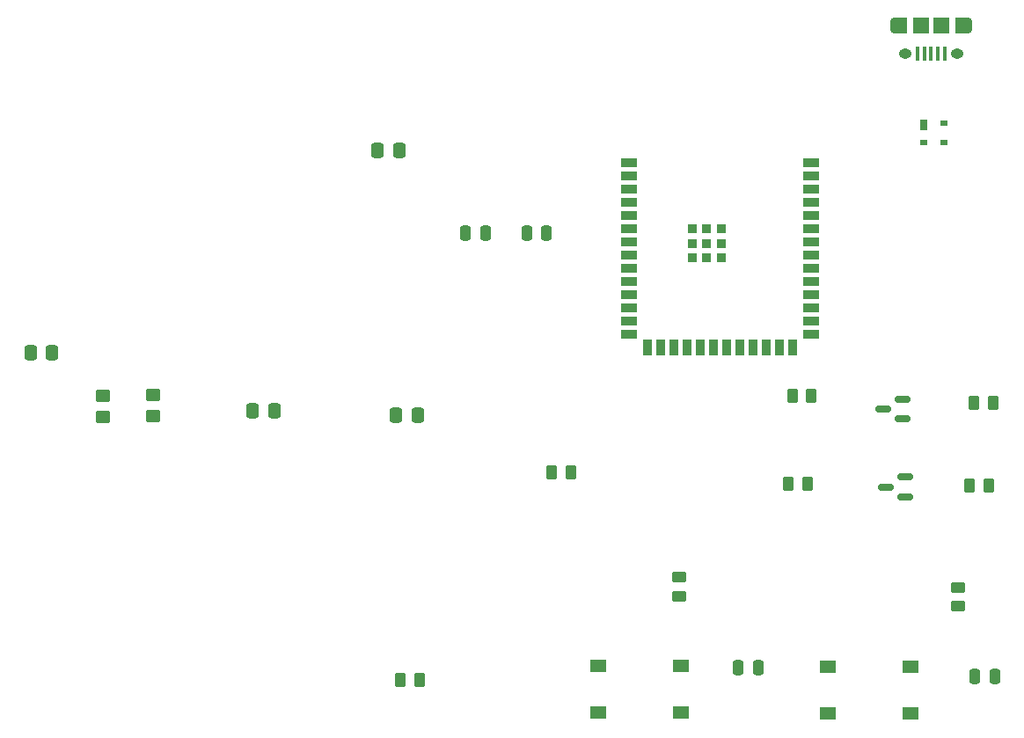
<source format=gtp>
%TF.GenerationSoftware,KiCad,Pcbnew,7.0.10*%
%TF.CreationDate,2024-03-26T17:38:47-05:00*%
%TF.ProjectId,smart_helmet,736d6172-745f-4686-956c-6d65742e6b69,rev?*%
%TF.SameCoordinates,Original*%
%TF.FileFunction,Paste,Top*%
%TF.FilePolarity,Positive*%
%FSLAX46Y46*%
G04 Gerber Fmt 4.6, Leading zero omitted, Abs format (unit mm)*
G04 Created by KiCad (PCBNEW 7.0.10) date 2024-03-26 17:38:47*
%MOMM*%
%LPD*%
G01*
G04 APERTURE LIST*
G04 Aperture macros list*
%AMRoundRect*
0 Rectangle with rounded corners*
0 $1 Rounding radius*
0 $2 $3 $4 $5 $6 $7 $8 $9 X,Y pos of 4 corners*
0 Add a 4 corners polygon primitive as box body*
4,1,4,$2,$3,$4,$5,$6,$7,$8,$9,$2,$3,0*
0 Add four circle primitives for the rounded corners*
1,1,$1+$1,$2,$3*
1,1,$1+$1,$4,$5*
1,1,$1+$1,$6,$7*
1,1,$1+$1,$8,$9*
0 Add four rect primitives between the rounded corners*
20,1,$1+$1,$2,$3,$4,$5,0*
20,1,$1+$1,$4,$5,$6,$7,0*
20,1,$1+$1,$6,$7,$8,$9,0*
20,1,$1+$1,$8,$9,$2,$3,0*%
G04 Aperture macros list end*
%ADD10RoundRect,0.250000X-0.337500X-0.475000X0.337500X-0.475000X0.337500X0.475000X-0.337500X0.475000X0*%
%ADD11RoundRect,0.250000X-0.262500X-0.450000X0.262500X-0.450000X0.262500X0.450000X-0.262500X0.450000X0*%
%ADD12R,1.498600X0.889000*%
%ADD13R,0.889000X1.498600*%
%ADD14R,0.889000X0.889000*%
%ADD15RoundRect,0.250000X-0.250000X-0.475000X0.250000X-0.475000X0.250000X0.475000X-0.250000X0.475000X0*%
%ADD16RoundRect,0.250000X0.450000X-0.262500X0.450000X0.262500X-0.450000X0.262500X-0.450000X-0.262500X0*%
%ADD17RoundRect,0.250000X0.450000X-0.350000X0.450000X0.350000X-0.450000X0.350000X-0.450000X-0.350000X0*%
%ADD18R,1.550000X1.300000*%
%ADD19R,0.700000X1.000000*%
%ADD20R,0.700000X0.600000*%
%ADD21O,0.890000X1.550000*%
%ADD22O,1.250000X0.950000*%
%ADD23R,0.400000X1.350000*%
%ADD24R,1.200000X1.550000*%
%ADD25R,1.500000X1.550000*%
%ADD26RoundRect,0.150000X0.587500X0.150000X-0.587500X0.150000X-0.587500X-0.150000X0.587500X-0.150000X0*%
G04 APERTURE END LIST*
D10*
%TO.C,C1*%
X130510772Y-87283591D03*
X132585772Y-87283591D03*
%TD*%
D11*
%TO.C,R3*%
X180681730Y-98791144D03*
X182506730Y-98791144D03*
%TD*%
D10*
%TO.C,C8*%
X165704218Y-93299958D03*
X167779218Y-93299958D03*
%TD*%
D11*
%TO.C,R8*%
X203450483Y-99824586D03*
X205275483Y-99824586D03*
%TD*%
D12*
%TO.C,U1*%
X188103565Y-69000685D03*
X188103565Y-70270685D03*
X188103565Y-71540685D03*
X188103565Y-72810685D03*
X188103565Y-74080685D03*
X188103565Y-75350685D03*
X188103565Y-76620685D03*
X188103565Y-77890685D03*
X188103565Y-79160685D03*
X188103565Y-80430685D03*
X188103565Y-81700685D03*
X188103565Y-82970685D03*
X188103565Y-84240685D03*
X188103565Y-85510685D03*
D13*
X189868565Y-86760685D03*
X191138565Y-86760685D03*
X192408565Y-86760685D03*
X193678565Y-86760685D03*
X194948565Y-86760685D03*
X196218565Y-86760685D03*
X197488565Y-86760685D03*
X198758565Y-86760685D03*
X200028565Y-86760685D03*
X201298565Y-86760685D03*
X202568565Y-86760685D03*
X203838565Y-86760685D03*
D12*
X205603565Y-85510685D03*
X205603565Y-84240685D03*
X205603565Y-82970685D03*
X205603565Y-81700685D03*
X205603565Y-80430685D03*
X205603565Y-79160685D03*
X205603565Y-77890685D03*
X205603565Y-76620685D03*
X205603565Y-75350685D03*
X205603565Y-74080685D03*
X205603565Y-72810685D03*
X205603565Y-71540685D03*
X205603565Y-70270685D03*
X205603565Y-69000685D03*
D14*
X195603565Y-76720685D03*
X195603565Y-75320685D03*
X194203565Y-75320685D03*
X194203565Y-76720685D03*
X194203565Y-78120685D03*
X195603565Y-78120685D03*
X197003565Y-78120685D03*
X197003565Y-76720685D03*
X197003565Y-75320685D03*
%TD*%
D11*
%TO.C,R6*%
X166106048Y-118756792D03*
X167931048Y-118756792D03*
%TD*%
D15*
%TO.C,C4*%
X221413378Y-118396298D03*
X223313378Y-118396298D03*
%TD*%
D10*
%TO.C,C7*%
X151889487Y-92840046D03*
X153964487Y-92840046D03*
%TD*%
D16*
%TO.C,R10*%
X219792338Y-111666687D03*
X219792338Y-109841687D03*
%TD*%
D17*
%TO.C,R2*%
X137444333Y-93407402D03*
X137444333Y-91407402D03*
%TD*%
D15*
%TO.C,C6*%
X178261713Y-75693899D03*
X180161713Y-75693899D03*
%TD*%
D11*
%TO.C,R7*%
X203838848Y-91427388D03*
X205663848Y-91427388D03*
%TD*%
D15*
%TO.C,C3*%
X198642564Y-117548376D03*
X200542564Y-117548376D03*
%TD*%
D18*
%TO.C,SW1*%
X185157122Y-117350226D03*
X193107122Y-117350226D03*
X185157122Y-121850226D03*
X193107122Y-121850226D03*
%TD*%
D10*
%TO.C,C2*%
X163900929Y-67798738D03*
X165975929Y-67798738D03*
%TD*%
D18*
%TO.C,SW2*%
X207242576Y-117489609D03*
X215192576Y-117489609D03*
X207242576Y-121989609D03*
X215192576Y-121989609D03*
%TD*%
D17*
%TO.C,R1*%
X142345478Y-93344945D03*
X142345478Y-91344945D03*
%TD*%
D19*
%TO.C,D1*%
X216458507Y-65339588D03*
D20*
X216458507Y-67039588D03*
X218458507Y-67039588D03*
X218458507Y-65139588D03*
%TD*%
D21*
%TO.C,J1*%
X220685347Y-55734667D03*
D22*
X219685347Y-58434667D03*
X214685347Y-58434667D03*
D21*
X213685347Y-55734667D03*
D23*
X218485347Y-58434667D03*
X217835347Y-58434667D03*
X217185347Y-58434667D03*
X216535347Y-58434667D03*
X215885347Y-58434667D03*
D24*
X220085347Y-55734667D03*
D25*
X218185347Y-55734667D03*
X216185347Y-55734667D03*
D24*
X214285347Y-55734667D03*
%TD*%
D11*
%TO.C,R5*%
X220879121Y-99999626D03*
X222704121Y-99999626D03*
%TD*%
D15*
%TO.C,C5*%
X172390953Y-75744509D03*
X174290953Y-75744509D03*
%TD*%
D11*
%TO.C,R4*%
X221299301Y-92034708D03*
X223124301Y-92034708D03*
%TD*%
D16*
%TO.C,R9*%
X192949543Y-110666935D03*
X192949543Y-108841935D03*
%TD*%
D26*
%TO.C,Q1*%
X214479807Y-93636414D03*
X214479807Y-91736414D03*
X212604807Y-92686414D03*
%TD*%
%TO.C,Q2*%
X214682247Y-101126695D03*
X214682247Y-99226695D03*
X212807247Y-100176695D03*
%TD*%
M02*

</source>
